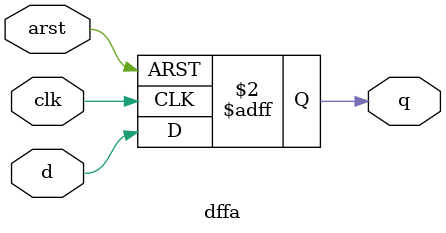
<source format=v>
module dffa(clk, arst, d, q);
input clk, arst, d;
output reg q;
always @(posedge clk or posedge arst) begin
	if (arst)
		q <= 1;
	else
		q <= d;
end
endmodule



</source>
